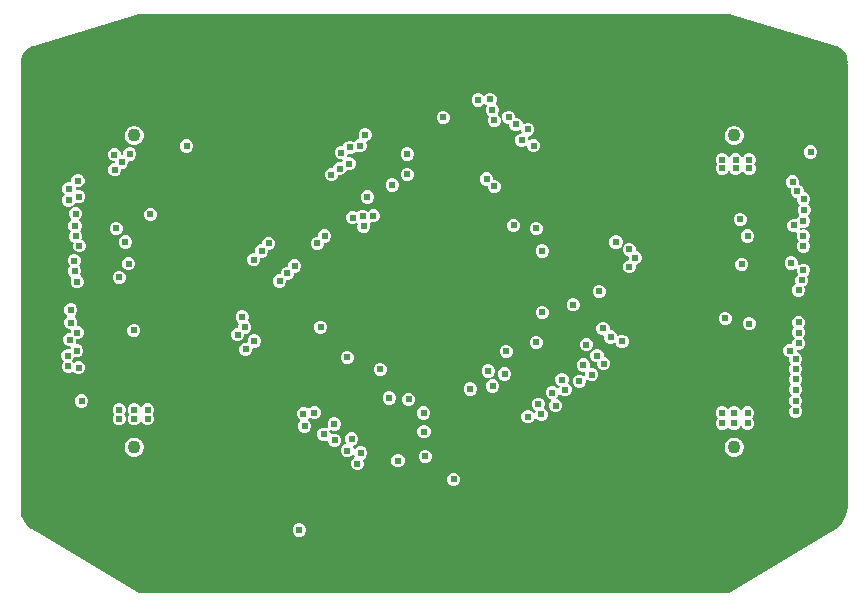
<source format=gbr>
%TF.GenerationSoftware,Altium Limited,Altium Designer,23.0.1 (38)*%
G04 Layer_Physical_Order=2*
G04 Layer_Color=36540*
%FSLAX45Y45*%
%MOMM*%
%TF.SameCoordinates,98E3409A-FA71-4B7D-AABF-4CEB4AF68500*%
%TF.FilePolarity,Positive*%
%TF.FileFunction,Copper,L2,Inr,Signal*%
%TF.Part,Single*%
G01*
G75*
%TA.AperFunction,ComponentPad*%
%ADD28C,5.00000*%
%ADD29C,1.10000*%
%TA.AperFunction,ViaPad*%
%ADD30C,0.60960*%
G36*
X3402687Y2029423D02*
X3413984Y2025423D01*
X3434968Y2013842D01*
X3453778Y1998988D01*
X3469909Y1981262D01*
X3482929Y1961139D01*
X3492487Y1939160D01*
X3498326Y1915915D01*
X3500261Y1892390D01*
X3499311Y1880118D01*
X3499308Y1880084D01*
X3500000Y1867670D01*
X3500000Y-1855968D01*
X3502020D01*
X3502218Y-1873979D01*
X3497453Y-1909687D01*
X3487626Y-1944345D01*
X3472939Y-1977239D01*
X3453694Y-2007692D01*
X3430289Y-2035077D01*
X3403204Y-2058829D01*
X3372999Y-2078460D01*
X3356646Y-2086012D01*
X3356646Y-2086012D01*
X3356646Y-2086013D01*
X2500000Y-2600000D01*
X-2500000D01*
X-3405191Y-2065299D01*
X-3416906Y-2058186D01*
X-3438148Y-2040864D01*
X-3456796Y-2020776D01*
X-3472494Y-1998306D01*
X-3484941Y-1973886D01*
X-3493899Y-1947981D01*
X-3499196Y-1921088D01*
X-3500732Y-1893721D01*
X-3499604Y-1880062D01*
X-3500000D01*
X-3500000Y1879600D01*
X-3499189Y1879664D01*
X-3500120Y1891538D01*
X-3498046Y1915269D01*
X-3492092Y1938335D01*
X-3482421Y1960106D01*
X-3469297Y1979987D01*
X-3453079Y1997435D01*
X-3434210Y2011975D01*
X-3415786Y2021829D01*
X-3411733Y2023599D01*
X-3401919Y2027021D01*
X-3389908Y2031109D01*
X-2500000Y2300000D01*
X2500000D01*
X3402687Y2029423D01*
D02*
G37*
%LPC*%
G36*
X485234Y1630166D02*
X463003D01*
X442465Y1621659D01*
X429763Y1608957D01*
X425475Y1606163D01*
X413933Y1608193D01*
X403997Y1618129D01*
X383458Y1626637D01*
X361228D01*
X340690Y1618129D01*
X324970Y1602410D01*
X316463Y1581872D01*
Y1559641D01*
X324970Y1539103D01*
X340690Y1523384D01*
X361228Y1514877D01*
X383458D01*
X403997Y1523384D01*
X416699Y1536086D01*
X420986Y1538880D01*
X432529Y1536849D01*
X442465Y1526913D01*
X443621Y1526434D01*
X445387Y1517553D01*
X436880Y1497015D01*
Y1474785D01*
X445387Y1454247D01*
X461106Y1438527D01*
X462543Y1431307D01*
X460258Y1429023D01*
X451751Y1408484D01*
Y1386254D01*
X460258Y1365716D01*
X475977Y1349996D01*
X496515Y1341489D01*
X518746D01*
X539284Y1349996D01*
X555003Y1365716D01*
X563511Y1386254D01*
Y1408484D01*
X555003Y1429023D01*
X539284Y1444742D01*
X537848Y1451962D01*
X540133Y1454247D01*
X548640Y1474785D01*
Y1497015D01*
X540133Y1517553D01*
X524413Y1533273D01*
X523258Y1533752D01*
X521491Y1542633D01*
X529998Y1563171D01*
Y1585401D01*
X521491Y1605939D01*
X505772Y1621659D01*
X485234Y1630166D01*
D02*
G37*
G36*
X87315Y1478280D02*
X65085D01*
X44547Y1469773D01*
X28827Y1454053D01*
X20320Y1433515D01*
Y1411285D01*
X28827Y1390747D01*
X44547Y1375027D01*
X65085Y1366520D01*
X87315D01*
X107853Y1375027D01*
X123573Y1390747D01*
X132080Y1411285D01*
Y1433515D01*
X123573Y1454053D01*
X107853Y1469773D01*
X87315Y1478280D01*
D02*
G37*
G36*
X-573052Y1330421D02*
X-595283D01*
X-615821Y1321914D01*
X-631540Y1306194D01*
X-640047Y1285656D01*
Y1263425D01*
X-635065Y1251396D01*
X-638359Y1239202D01*
X-641917Y1237279D01*
X-659033Y1230189D01*
X-674753Y1214470D01*
X-680673Y1217256D01*
X-681190Y1217774D01*
X-701728Y1226281D01*
X-723958D01*
X-744497Y1217774D01*
X-760216Y1202054D01*
X-768723Y1181516D01*
X-771766Y1179483D01*
X-775669Y1181100D01*
X-797899D01*
X-818437Y1172593D01*
X-834157Y1156873D01*
X-842664Y1136335D01*
Y1114105D01*
X-834157Y1093567D01*
X-818437Y1077847D01*
X-797899Y1069340D01*
X-783330D01*
X-774473Y1058562D01*
X-776167Y1049719D01*
X-788990Y1043411D01*
X-790266Y1043940D01*
X-812497D01*
X-833035Y1035433D01*
X-848754Y1019713D01*
X-854952Y1004752D01*
X-860105Y993140D01*
X-882335D01*
X-902873Y984633D01*
X-918593Y968913D01*
X-927100Y948375D01*
Y926145D01*
X-918593Y905607D01*
X-902873Y889887D01*
X-882335Y881380D01*
X-860105D01*
X-839567Y889887D01*
X-823847Y905607D01*
X-817650Y920568D01*
X-812497Y932180D01*
X-790266D01*
X-769728Y940687D01*
X-754009Y956407D01*
X-748940Y968644D01*
X-733768Y976107D01*
X-732492Y975578D01*
X-710262D01*
X-689724Y984085D01*
X-674004Y999804D01*
X-665497Y1020343D01*
Y1042573D01*
X-674004Y1063111D01*
X-689724Y1078831D01*
X-710262Y1087338D01*
X-729046D01*
X-735784Y1095665D01*
X-737131Y1099071D01*
X-730904Y1114104D01*
X-727861Y1116137D01*
X-723958Y1114521D01*
X-701728D01*
X-681190Y1123028D01*
X-665470Y1138747D01*
X-659551Y1135961D01*
X-659033Y1135443D01*
X-638495Y1126936D01*
X-616265D01*
X-595727Y1135443D01*
X-580007Y1151163D01*
X-571500Y1171701D01*
Y1193932D01*
X-576483Y1205961D01*
X-573189Y1218155D01*
X-569630Y1220078D01*
X-552514Y1227168D01*
X-536795Y1242887D01*
X-528287Y1263425D01*
Y1285656D01*
X-536795Y1306194D01*
X-552514Y1321914D01*
X-573052Y1330421D01*
D02*
G37*
G36*
X2550585Y1350400D02*
X2529415D01*
X2508967Y1344921D01*
X2490633Y1334336D01*
X2475664Y1319367D01*
X2465079Y1301033D01*
X2459600Y1280585D01*
Y1259415D01*
X2465079Y1238967D01*
X2475664Y1220633D01*
X2490633Y1205664D01*
X2508967Y1195079D01*
X2529415Y1189600D01*
X2550585D01*
X2571033Y1195079D01*
X2589367Y1205664D01*
X2604336Y1220633D01*
X2614921Y1238967D01*
X2620400Y1259415D01*
Y1280585D01*
X2614921Y1301033D01*
X2604336Y1319367D01*
X2589367Y1334336D01*
X2571033Y1344921D01*
X2550585Y1350400D01*
D02*
G37*
G36*
X-2529415D02*
X-2550585D01*
X-2571033Y1344921D01*
X-2589367Y1334336D01*
X-2604336Y1319367D01*
X-2614921Y1301033D01*
X-2620400Y1280585D01*
Y1259415D01*
X-2614921Y1238967D01*
X-2604336Y1220633D01*
X-2589367Y1205664D01*
X-2571033Y1195079D01*
X-2550585Y1189600D01*
X-2529415D01*
X-2508967Y1195079D01*
X-2490633Y1205664D01*
X-2475664Y1220633D01*
X-2465079Y1238967D01*
X-2459600Y1259415D01*
Y1280585D01*
X-2465079Y1301033D01*
X-2475664Y1319367D01*
X-2490633Y1334336D01*
X-2508967Y1344921D01*
X-2529415Y1350400D01*
D02*
G37*
G36*
X643575Y1480819D02*
X621344D01*
X600806Y1472312D01*
X585087Y1456593D01*
X576580Y1436055D01*
Y1413824D01*
X585087Y1393286D01*
X600806Y1377567D01*
X621344Y1369059D01*
X637646D01*
Y1352759D01*
X646153Y1332221D01*
X661872Y1316501D01*
X682410Y1307994D01*
X704641D01*
X725179Y1316501D01*
X725793Y1317115D01*
X737526Y1312255D01*
Y1309685D01*
X742288Y1298189D01*
X733802Y1285489D01*
X730533D01*
X709995Y1276982D01*
X694275Y1261263D01*
X685768Y1240724D01*
Y1218494D01*
X694275Y1197956D01*
X709995Y1182236D01*
X730533Y1173729D01*
X752764D01*
X773302Y1182236D01*
X774181Y1183116D01*
X786881Y1177855D01*
Y1172525D01*
X795388Y1151987D01*
X811108Y1136267D01*
X831646Y1127760D01*
X853876D01*
X874415Y1136267D01*
X890134Y1151987D01*
X898641Y1172525D01*
Y1194755D01*
X890134Y1215293D01*
X874415Y1231013D01*
X853876Y1239520D01*
X831646D01*
X811108Y1231013D01*
X810228Y1230133D01*
X797528Y1235394D01*
Y1240724D01*
X792767Y1252220D01*
X801253Y1264920D01*
X804522D01*
X825060Y1273427D01*
X840779Y1289147D01*
X849286Y1309685D01*
Y1331915D01*
X840779Y1352453D01*
X825060Y1368173D01*
X804522Y1376680D01*
X782291D01*
X761753Y1368173D01*
X761139Y1367559D01*
X749406Y1372419D01*
Y1374989D01*
X740898Y1395528D01*
X725179Y1411247D01*
X704641Y1419754D01*
X688340D01*
Y1436055D01*
X679833Y1456593D01*
X664113Y1472312D01*
X643575Y1480819D01*
D02*
G37*
G36*
X-2084385Y1236980D02*
X-2106615D01*
X-2127153Y1228473D01*
X-2142873Y1212753D01*
X-2151380Y1192215D01*
Y1169985D01*
X-2142873Y1149447D01*
X-2127153Y1133727D01*
X-2106615Y1125220D01*
X-2084385D01*
X-2063847Y1133727D01*
X-2048127Y1149447D01*
X-2039620Y1169985D01*
Y1192215D01*
X-2048127Y1212753D01*
X-2063847Y1228473D01*
X-2084385Y1236980D01*
D02*
G37*
G36*
X-2565346Y1167965D02*
X-2587576D01*
X-2608115Y1159458D01*
X-2623834Y1143739D01*
X-2632341Y1123201D01*
Y1111300D01*
X-2632430Y1110557D01*
X-2645964Y1104345D01*
X-2652217Y1108451D01*
Y1119099D01*
X-2660724Y1139637D01*
X-2676444Y1155356D01*
X-2696982Y1163864D01*
X-2719212D01*
X-2739751Y1155356D01*
X-2755470Y1139637D01*
X-2763977Y1119099D01*
Y1096868D01*
X-2755470Y1076330D01*
X-2739751Y1060611D01*
X-2719212Y1052104D01*
X-2700740D01*
Y1034987D01*
X-2715010D01*
X-2735548Y1026480D01*
X-2751267Y1010760D01*
X-2759775Y990222D01*
Y967992D01*
X-2751267Y947454D01*
X-2735548Y931734D01*
X-2715010Y923227D01*
X-2692779D01*
X-2672241Y931734D01*
X-2656522Y947454D01*
X-2648015Y967992D01*
Y987807D01*
X-2633744D01*
X-2613206Y996314D01*
X-2597487Y1012034D01*
X-2588980Y1032572D01*
Y1044472D01*
X-2587726Y1054952D01*
X-2577246Y1056205D01*
X-2565346D01*
X-2544808Y1064713D01*
X-2529088Y1080432D01*
X-2520581Y1100970D01*
Y1123201D01*
X-2529088Y1143739D01*
X-2544808Y1159458D01*
X-2565346Y1167965D01*
D02*
G37*
G36*
X2678115Y1117600D02*
X2655885D01*
X2635347Y1109093D01*
X2619627Y1093373D01*
X2616723Y1086363D01*
X2602977D01*
X2600073Y1093373D01*
X2584353Y1109093D01*
X2563815Y1117600D01*
X2541585D01*
X2521047Y1109093D01*
X2505327Y1093373D01*
X2502423Y1086363D01*
X2488677D01*
X2485773Y1093373D01*
X2470053Y1109093D01*
X2449515Y1117600D01*
X2427285D01*
X2406747Y1109093D01*
X2391027Y1093373D01*
X2382520Y1072835D01*
Y1050605D01*
X2391027Y1030067D01*
X2394934Y1026160D01*
X2391027Y1022253D01*
X2382520Y1001715D01*
Y979485D01*
X2391027Y958947D01*
X2406747Y943227D01*
X2427285Y934720D01*
X2449515D01*
X2470053Y943227D01*
X2485773Y958947D01*
X2488677Y965957D01*
X2502423D01*
X2505327Y958947D01*
X2521047Y943227D01*
X2541585Y934720D01*
X2563815D01*
X2584353Y943227D01*
X2600073Y958947D01*
X2602977Y965957D01*
X2616723D01*
X2619627Y958947D01*
X2635347Y943227D01*
X2655885Y934720D01*
X2678115D01*
X2698653Y943227D01*
X2714373Y958947D01*
X2722880Y979485D01*
Y1001715D01*
X2714373Y1022253D01*
X2710466Y1026160D01*
X2714373Y1030067D01*
X2722880Y1050605D01*
Y1072835D01*
X2714373Y1093373D01*
X2698653Y1109093D01*
X2678115Y1117600D01*
D02*
G37*
G36*
X3198815Y1186180D02*
X3176585D01*
X3156047Y1177673D01*
X3140327Y1161953D01*
X3131820Y1141415D01*
Y1119185D01*
X3140327Y1098647D01*
X3156047Y1082927D01*
X3176585Y1074420D01*
X3198815D01*
X3219353Y1082927D01*
X3235073Y1098647D01*
X3243580Y1119185D01*
Y1141415D01*
X3235073Y1161953D01*
X3219353Y1177673D01*
X3198815Y1186180D01*
D02*
G37*
G36*
X-217485Y1168363D02*
X-239715D01*
X-260253Y1159856D01*
X-275973Y1144137D01*
X-284480Y1123598D01*
Y1101368D01*
X-275973Y1080830D01*
X-260253Y1065110D01*
X-239715Y1056603D01*
X-217485D01*
X-196947Y1065110D01*
X-181227Y1080830D01*
X-172720Y1101368D01*
Y1123598D01*
X-181227Y1144137D01*
X-196947Y1159856D01*
X-217485Y1168363D01*
D02*
G37*
G36*
Y995680D02*
X-239715D01*
X-260253Y987173D01*
X-275973Y971453D01*
X-284480Y950915D01*
Y928685D01*
X-275973Y908147D01*
X-260253Y892427D01*
X-239715Y883920D01*
X-217485D01*
X-196947Y892427D01*
X-181227Y908147D01*
X-172720Y928685D01*
Y950915D01*
X-181227Y971453D01*
X-196947Y987173D01*
X-217485Y995680D01*
D02*
G37*
G36*
X-344485Y906780D02*
X-366715D01*
X-387253Y898273D01*
X-402973Y882553D01*
X-411480Y862015D01*
Y839785D01*
X-402973Y819247D01*
X-387253Y803527D01*
X-366715Y795020D01*
X-344485D01*
X-323947Y803527D01*
X-308227Y819247D01*
X-299720Y839785D01*
Y862015D01*
X-308227Y882553D01*
X-323947Y898273D01*
X-344485Y906780D01*
D02*
G37*
G36*
X455615Y957580D02*
X433385D01*
X412847Y949073D01*
X397127Y933353D01*
X388620Y912815D01*
Y890585D01*
X397127Y870047D01*
X412847Y854327D01*
X433385Y845820D01*
X452120D01*
Y827085D01*
X460627Y806547D01*
X476347Y790827D01*
X496885Y782320D01*
X519115D01*
X539653Y790827D01*
X555373Y806547D01*
X563880Y827085D01*
Y849315D01*
X555373Y869853D01*
X539653Y885573D01*
X519115Y894080D01*
X500380D01*
Y912815D01*
X491873Y933353D01*
X476153Y949073D01*
X455615Y957580D01*
D02*
G37*
G36*
X-3005189Y944134D02*
X-3027420D01*
X-3047958Y935627D01*
X-3063677Y919907D01*
X-3072184Y899369D01*
Y884283D01*
X-3080381Y875123D01*
X-3083918Y874254D01*
X-3103390D01*
X-3123928Y865747D01*
X-3139648Y850027D01*
X-3148155Y829489D01*
Y807258D01*
X-3139648Y786720D01*
X-3131813Y778886D01*
X-3125624Y769128D01*
X-3131813Y762293D01*
X-3141093Y753013D01*
X-3149600Y732475D01*
Y710245D01*
X-3141093Y689707D01*
X-3125373Y673987D01*
X-3104835Y665480D01*
X-3082605D01*
X-3062067Y673987D01*
X-3046347Y689707D01*
X-3045467Y691831D01*
X-3028979Y698450D01*
X-3019561Y694550D01*
X-2997330D01*
X-2976792Y703057D01*
X-2961073Y718776D01*
X-2952566Y739314D01*
Y761545D01*
X-2961073Y782083D01*
X-2976792Y797802D01*
X-2997330Y806310D01*
X-3019561D01*
X-3023067Y804857D01*
X-3033522Y811930D01*
X-3034298Y824688D01*
X-3028198Y831505D01*
X-3024661Y832374D01*
X-3005189D01*
X-2984651Y840881D01*
X-2968932Y856601D01*
X-2960424Y877139D01*
Y899369D01*
X-2968932Y919907D01*
X-2984651Y935627D01*
X-3005189Y944134D01*
D02*
G37*
G36*
X-554765Y803864D02*
X-576996D01*
X-597534Y795357D01*
X-613253Y779638D01*
X-621760Y759100D01*
Y736869D01*
X-613253Y716331D01*
X-597534Y700612D01*
X-576996Y692104D01*
X-554765D01*
X-534227Y700612D01*
X-518507Y716331D01*
X-510000Y736869D01*
Y759100D01*
X-518507Y779638D01*
X-534227Y795357D01*
X-554765Y803864D01*
D02*
G37*
G36*
X-504505Y645160D02*
X-526735D01*
X-547273Y636653D01*
X-561340Y622586D01*
X-572867Y634113D01*
X-593405Y642620D01*
X-615635D01*
X-636173Y634113D01*
X-651893Y618394D01*
X-657678Y621303D01*
X-658473Y622098D01*
X-679011Y630606D01*
X-701242D01*
X-721780Y622098D01*
X-737499Y606379D01*
X-746007Y585841D01*
Y563610D01*
X-737499Y543072D01*
X-721780Y527353D01*
X-701242Y518846D01*
X-679011D01*
X-658801Y527217D01*
X-657519Y526643D01*
X-648170Y519695D01*
X-651371Y511968D01*
Y489738D01*
X-642864Y469200D01*
X-627144Y453480D01*
X-606606Y444973D01*
X-584376D01*
X-563837Y453480D01*
X-548118Y469200D01*
X-539611Y489738D01*
Y511968D01*
X-546120Y527683D01*
X-536436Y537418D01*
X-526735Y533400D01*
X-504505D01*
X-483967Y541907D01*
X-468247Y557627D01*
X-459740Y578165D01*
Y600395D01*
X-468247Y620933D01*
X-483967Y636653D01*
X-504505Y645160D01*
D02*
G37*
G36*
X3046415Y932180D02*
X3024185D01*
X3003647Y923673D01*
X2987927Y907953D01*
X2979420Y887415D01*
Y865185D01*
X2987927Y844647D01*
X3003647Y828927D01*
X3022053Y821303D01*
X3017289Y809801D01*
Y787570D01*
X3025796Y767032D01*
X3041516Y751313D01*
X3062054Y742806D01*
X3072661D01*
Y721298D01*
X3081168Y700760D01*
X3096887Y685041D01*
X3097428Y682321D01*
X3085660Y670554D01*
X3077153Y650016D01*
Y627785D01*
X3085660Y607247D01*
X3088437Y604470D01*
X3087963Y588890D01*
X3076827Y577753D01*
X3068991Y558836D01*
X3058072Y563359D01*
X3035842D01*
X3015304Y554851D01*
X2999584Y539132D01*
X2991077Y518594D01*
Y496363D01*
X2999584Y475825D01*
X3015304Y460106D01*
X3035842Y451599D01*
X3058072D01*
X3064540Y454278D01*
X3074261Y444557D01*
X3068320Y430215D01*
Y407985D01*
X3076827Y387447D01*
X3089624Y374650D01*
X3079406Y364432D01*
X3070898Y343894D01*
Y321663D01*
X3079406Y301125D01*
X3095125Y285406D01*
X3115663Y276898D01*
X3137894D01*
X3158432Y285406D01*
X3174151Y301125D01*
X3182658Y321663D01*
Y343894D01*
X3174151Y364432D01*
X3161355Y377228D01*
X3171573Y387447D01*
X3180080Y407985D01*
Y430215D01*
X3171573Y450753D01*
X3155853Y466473D01*
X3135315Y474980D01*
X3113085D01*
X3106617Y472301D01*
X3096896Y482021D01*
X3102166Y494743D01*
X3113085Y490220D01*
X3135315D01*
X3155853Y498727D01*
X3171573Y514447D01*
X3180080Y534985D01*
Y557215D01*
X3171573Y577753D01*
X3168796Y580530D01*
X3169270Y596111D01*
X3180406Y607247D01*
X3188913Y627785D01*
Y650016D01*
X3180406Y670554D01*
X3164687Y686273D01*
X3164146Y688992D01*
X3175913Y700760D01*
X3184421Y721298D01*
Y743528D01*
X3175913Y764067D01*
X3160194Y779786D01*
X3139656Y788293D01*
X3129049D01*
Y809801D01*
X3120542Y830339D01*
X3104823Y846059D01*
X3086416Y853683D01*
X3091180Y865185D01*
Y887415D01*
X3082673Y907953D01*
X3066953Y923673D01*
X3046415Y932180D01*
D02*
G37*
G36*
X-2391747Y657882D02*
X-2413977D01*
X-2434516Y649375D01*
X-2450235Y633656D01*
X-2458742Y613117D01*
Y590887D01*
X-2450235Y570349D01*
X-2434516Y554629D01*
X-2413977Y546122D01*
X-2391747D01*
X-2371209Y554629D01*
X-2355489Y570349D01*
X-2346982Y590887D01*
Y613117D01*
X-2355489Y633656D01*
X-2371209Y649375D01*
X-2391747Y657882D01*
D02*
G37*
G36*
X2601915Y614680D02*
X2579685D01*
X2559147Y606173D01*
X2543427Y590453D01*
X2534920Y569915D01*
Y547685D01*
X2543427Y527147D01*
X2559147Y511427D01*
X2579685Y502920D01*
X2601915D01*
X2622453Y511427D01*
X2638173Y527147D01*
X2646680Y547685D01*
Y569915D01*
X2638173Y590453D01*
X2622453Y606173D01*
X2601915Y614680D01*
D02*
G37*
G36*
X684215Y563880D02*
X661985D01*
X641447Y555373D01*
X625727Y539653D01*
X617220Y519115D01*
Y496885D01*
X625727Y476347D01*
X641447Y460627D01*
X661985Y452120D01*
X684215D01*
X704753Y460627D01*
X720473Y476347D01*
X728980Y496885D01*
Y519115D01*
X720473Y539653D01*
X704753Y555373D01*
X684215Y563880D01*
D02*
G37*
G36*
X-2681751Y538947D02*
X-2703982D01*
X-2724520Y530439D01*
X-2740239Y514720D01*
X-2748747Y494182D01*
Y471951D01*
X-2740239Y451413D01*
X-2724520Y435694D01*
X-2703982Y427187D01*
X-2681751D01*
X-2661213Y435694D01*
X-2645494Y451413D01*
X-2636987Y471951D01*
Y494182D01*
X-2645494Y514720D01*
X-2661213Y530439D01*
X-2681751Y538947D01*
D02*
G37*
G36*
X874715Y538480D02*
X852485D01*
X831947Y529973D01*
X816227Y514253D01*
X807720Y493715D01*
Y471485D01*
X816227Y450947D01*
X831947Y435227D01*
X852485Y426720D01*
X874715D01*
X895253Y435227D01*
X910973Y450947D01*
X919480Y471485D01*
Y493715D01*
X910973Y514253D01*
X895253Y529973D01*
X874715Y538480D01*
D02*
G37*
G36*
X2665415Y474980D02*
X2643185D01*
X2622647Y466473D01*
X2606927Y450753D01*
X2598420Y430215D01*
Y407985D01*
X2606927Y387447D01*
X2622647Y371727D01*
X2643185Y363220D01*
X2665415D01*
X2685953Y371727D01*
X2701673Y387447D01*
X2710180Y407985D01*
Y430215D01*
X2701673Y450753D01*
X2685953Y466473D01*
X2665415Y474980D01*
D02*
G37*
G36*
X1550355Y424180D02*
X1528125D01*
X1507587Y415673D01*
X1491867Y399953D01*
X1483360Y379415D01*
Y357185D01*
X1491867Y336647D01*
X1507587Y320927D01*
X1528125Y312420D01*
X1550355D01*
X1570893Y320927D01*
X1586613Y336647D01*
X1595120Y357185D01*
Y379415D01*
X1586613Y399953D01*
X1570893Y415673D01*
X1550355Y424180D01*
D02*
G37*
G36*
X-2602545Y424180D02*
X-2624776D01*
X-2645314Y415673D01*
X-2661033Y399953D01*
X-2669540Y379415D01*
Y357184D01*
X-2661033Y336646D01*
X-2645314Y320927D01*
X-2624776Y312420D01*
X-2602545D01*
X-2582007Y320927D01*
X-2566287Y336646D01*
X-2557780Y357184D01*
Y379415D01*
X-2566287Y399953D01*
X-2582007Y415673D01*
X-2602545Y424180D01*
D02*
G37*
G36*
X-915985Y474980D02*
X-938215D01*
X-958753Y466473D01*
X-974473Y450753D01*
X-982980Y430215D01*
Y411480D01*
X-1001715D01*
X-1022253Y402973D01*
X-1037973Y387253D01*
X-1046480Y366715D01*
Y344485D01*
X-1037973Y323947D01*
X-1022253Y308227D01*
X-1001715Y299720D01*
X-979485D01*
X-958947Y308227D01*
X-943227Y323947D01*
X-934720Y344485D01*
Y363220D01*
X-915985D01*
X-895447Y371727D01*
X-879727Y387447D01*
X-871220Y407985D01*
Y430215D01*
X-879727Y450753D01*
X-895447Y466473D01*
X-915985Y474980D01*
D02*
G37*
G36*
X-3024185Y662940D02*
X-3046415D01*
X-3066953Y654433D01*
X-3082673Y638713D01*
X-3091180Y618175D01*
Y595945D01*
X-3082673Y575407D01*
X-3071439Y564173D01*
X-3072698Y550273D01*
X-3073242Y549382D01*
X-3088452Y534172D01*
X-3096959Y513634D01*
Y491403D01*
X-3088452Y470865D01*
X-3074484Y456897D01*
X-3083422Y447958D01*
X-3091929Y427420D01*
Y405190D01*
X-3083422Y384652D01*
X-3067703Y368932D01*
X-3053337Y362982D01*
X-3060336Y346085D01*
Y323855D01*
X-3051829Y303316D01*
X-3036109Y287597D01*
X-3015571Y279090D01*
X-2993340D01*
X-2972802Y287597D01*
X-2957083Y303316D01*
X-2948576Y323855D01*
Y346085D01*
X-2957083Y366623D01*
X-2972802Y382343D01*
X-2987168Y388293D01*
X-2980169Y405190D01*
Y427420D01*
X-2988676Y447958D01*
X-3002644Y461926D01*
X-2993706Y470865D01*
X-2985199Y491403D01*
Y513634D01*
X-2993706Y534172D01*
X-3004939Y545405D01*
X-3003681Y559305D01*
X-3003137Y560196D01*
X-2987927Y575407D01*
X-2979420Y595945D01*
Y618175D01*
X-2987927Y638713D01*
X-3003647Y654433D01*
X-3024185Y662940D01*
D02*
G37*
G36*
X925515Y347980D02*
X903285D01*
X882747Y339473D01*
X867027Y323753D01*
X858520Y303215D01*
Y280985D01*
X867027Y260447D01*
X882747Y244727D01*
X903285Y236220D01*
X925515D01*
X946053Y244727D01*
X961773Y260447D01*
X970280Y280985D01*
Y303215D01*
X961773Y323753D01*
X946053Y339473D01*
X925515Y347980D01*
D02*
G37*
G36*
X-1390808Y411438D02*
X-1413039D01*
X-1433577Y402930D01*
X-1449297Y387211D01*
X-1457804Y366673D01*
Y347980D01*
X-1471615D01*
X-1492153Y339473D01*
X-1507873Y323753D01*
X-1516380Y303215D01*
Y280985D01*
X-1527366Y274320D01*
X-1537655D01*
X-1558193Y265813D01*
X-1573913Y250093D01*
X-1582420Y229555D01*
Y207325D01*
X-1573913Y186787D01*
X-1558193Y171067D01*
X-1537655Y162560D01*
X-1515425D01*
X-1494887Y171067D01*
X-1479167Y186787D01*
X-1470660Y207325D01*
Y229555D01*
X-1459674Y236220D01*
X-1449385D01*
X-1428847Y244727D01*
X-1413127Y260447D01*
X-1404620Y280985D01*
Y299678D01*
X-1390808D01*
X-1370270Y308185D01*
X-1354551Y323904D01*
X-1346044Y344442D01*
Y366673D01*
X-1354551Y387211D01*
X-1370270Y402930D01*
X-1390808Y411438D01*
D02*
G37*
G36*
X-2574605Y238760D02*
X-2596835D01*
X-2617373Y230253D01*
X-2633093Y214533D01*
X-2641600Y193995D01*
Y171765D01*
X-2633093Y151227D01*
X-2617373Y135507D01*
X-2596835Y127000D01*
X-2574605D01*
X-2554067Y135507D01*
X-2538347Y151227D01*
X-2529840Y171765D01*
Y193995D01*
X-2538347Y214533D01*
X-2554067Y230253D01*
X-2574605Y238760D01*
D02*
G37*
G36*
X2615684Y233680D02*
X2593454D01*
X2572915Y225173D01*
X2557196Y209453D01*
X2548689Y188915D01*
Y166685D01*
X2557196Y146147D01*
X2572915Y130427D01*
X2593454Y121920D01*
X2615684D01*
X2636222Y130427D01*
X2651942Y146147D01*
X2660449Y166685D01*
Y188915D01*
X2651942Y209453D01*
X2636222Y225173D01*
X2615684Y233680D01*
D02*
G37*
G36*
X1662115Y360680D02*
X1639885D01*
X1619347Y352173D01*
X1603627Y336453D01*
X1595120Y315915D01*
Y293685D01*
X1603627Y273147D01*
X1619347Y257427D01*
X1634761Y251042D01*
X1645920Y244795D01*
Y222565D01*
X1636929Y211084D01*
X1621887Y204853D01*
X1606167Y189133D01*
X1597660Y168595D01*
Y146365D01*
X1606167Y125827D01*
X1621887Y110107D01*
X1642425Y101600D01*
X1664655D01*
X1685193Y110107D01*
X1700913Y125827D01*
X1709420Y146365D01*
Y168595D01*
X1718411Y180076D01*
X1733453Y186307D01*
X1749173Y202027D01*
X1757680Y222565D01*
Y244795D01*
X1749173Y265333D01*
X1733453Y281053D01*
X1718039Y287438D01*
X1706880Y293685D01*
Y315915D01*
X1698373Y336453D01*
X1682653Y352173D01*
X1662115Y360680D01*
D02*
G37*
G36*
X-2656351Y123993D02*
X-2678582D01*
X-2699120Y115486D01*
X-2714839Y99767D01*
X-2723347Y79229D01*
Y56998D01*
X-2714839Y36460D01*
X-2699120Y20741D01*
X-2678582Y12233D01*
X-2656351D01*
X-2635813Y20741D01*
X-2620094Y36460D01*
X-2611587Y56998D01*
Y79229D01*
X-2620094Y99767D01*
X-2635813Y115486D01*
X-2656351Y123993D01*
D02*
G37*
G36*
X-1169985Y220980D02*
X-1192215D01*
X-1212753Y212473D01*
X-1228473Y196753D01*
X-1236980Y176215D01*
Y157480D01*
X-1255715D01*
X-1276253Y148973D01*
X-1291973Y133253D01*
X-1300480Y112715D01*
Y93980D01*
X-1319215D01*
X-1339753Y85473D01*
X-1355473Y69753D01*
X-1363980Y49215D01*
Y26985D01*
X-1355473Y6447D01*
X-1339753Y-9273D01*
X-1319215Y-17780D01*
X-1296985D01*
X-1276447Y-9273D01*
X-1260727Y6447D01*
X-1252220Y26985D01*
Y45720D01*
X-1233485D01*
X-1212947Y54227D01*
X-1197227Y69947D01*
X-1188720Y90485D01*
Y109220D01*
X-1169985D01*
X-1149447Y117727D01*
X-1133727Y133447D01*
X-1125220Y153985D01*
Y176215D01*
X-1133727Y196753D01*
X-1149447Y212473D01*
X-1169985Y220980D01*
D02*
G37*
G36*
X-3036885Y266700D02*
X-3059115D01*
X-3079653Y258193D01*
X-3095373Y242473D01*
X-3103880Y221935D01*
Y199705D01*
X-3095373Y179167D01*
X-3080036Y163830D01*
X-3090293Y153573D01*
X-3098800Y133035D01*
Y110805D01*
X-3090293Y90267D01*
X-3074573Y74547D01*
X-3072931Y73867D01*
X-3071118Y59369D01*
X-3078480Y41595D01*
Y19365D01*
X-3069973Y-1173D01*
X-3054253Y-16893D01*
X-3033715Y-25400D01*
X-3011485D01*
X-2990947Y-16893D01*
X-2975227Y-1173D01*
X-2966720Y19365D01*
Y41595D01*
X-2975227Y62133D01*
X-2990947Y77853D01*
X-2992589Y78533D01*
X-2994402Y93031D01*
X-2987040Y110805D01*
Y133035D01*
X-2995547Y153573D01*
X-3010884Y168910D01*
X-3000627Y179167D01*
X-2992120Y199705D01*
Y221935D01*
X-3000627Y242473D01*
X-3016347Y258193D01*
X-3036885Y266700D01*
D02*
G37*
G36*
X3033715Y246380D02*
X3011485D01*
X2990947Y237873D01*
X2975227Y222153D01*
X2966720Y201615D01*
Y179385D01*
X2975227Y158847D01*
X2990947Y143127D01*
X3011485Y134620D01*
X3033715D01*
X3054253Y143127D01*
X3060686Y149560D01*
X3071453Y142366D01*
X3070600Y140308D01*
Y118078D01*
X3079108Y97540D01*
X3082368Y94279D01*
X3081756Y91201D01*
X3066037Y75482D01*
X3057529Y54944D01*
Y32713D01*
X3065365Y13796D01*
X3054447Y9273D01*
X3038727Y-6447D01*
X3030220Y-26985D01*
Y-49215D01*
X3038727Y-69753D01*
X3054447Y-85473D01*
X3074985Y-93980D01*
X3097215D01*
X3117753Y-85473D01*
X3133473Y-69753D01*
X3141980Y-49215D01*
Y-26985D01*
X3134144Y-8067D01*
X3145063Y-3545D01*
X3160782Y12175D01*
X3169289Y32713D01*
Y54944D01*
X3160782Y75482D01*
X3157522Y78742D01*
X3158134Y81821D01*
X3173853Y97540D01*
X3182360Y118078D01*
Y140308D01*
X3173853Y160847D01*
X3158134Y176566D01*
X3137596Y185073D01*
X3115365D01*
X3094827Y176566D01*
X3088394Y170133D01*
X3077628Y177327D01*
X3078480Y179385D01*
Y201615D01*
X3069973Y222153D01*
X3054253Y237873D01*
X3033715Y246380D01*
D02*
G37*
G36*
X1408115Y5080D02*
X1385885D01*
X1365347Y-3427D01*
X1349627Y-19147D01*
X1341120Y-39685D01*
Y-61915D01*
X1349627Y-82453D01*
X1365347Y-98173D01*
X1385885Y-106680D01*
X1408115D01*
X1428653Y-98173D01*
X1444373Y-82453D01*
X1452880Y-61915D01*
Y-39685D01*
X1444373Y-19147D01*
X1428653Y-3427D01*
X1408115Y5080D01*
D02*
G37*
G36*
X1187681Y-108755D02*
X1165450D01*
X1144912Y-117262D01*
X1129193Y-132981D01*
X1120686Y-153519D01*
Y-175750D01*
X1129193Y-196288D01*
X1144912Y-212007D01*
X1165450Y-220515D01*
X1187681D01*
X1208219Y-212007D01*
X1223938Y-196288D01*
X1232446Y-175750D01*
Y-153519D01*
X1223938Y-132981D01*
X1208219Y-117262D01*
X1187681Y-108755D01*
D02*
G37*
G36*
X925515Y-172720D02*
X903285D01*
X882747Y-181227D01*
X867027Y-196947D01*
X858520Y-217485D01*
Y-239715D01*
X867027Y-260253D01*
X882747Y-275973D01*
X903285Y-284480D01*
X925515D01*
X946053Y-275973D01*
X961773Y-260253D01*
X970280Y-239715D01*
Y-217485D01*
X961773Y-196947D01*
X946053Y-181227D01*
X925515Y-172720D01*
D02*
G37*
G36*
X2474915Y-223520D02*
X2452685D01*
X2432147Y-232027D01*
X2416427Y-247747D01*
X2407920Y-268285D01*
Y-290515D01*
X2416427Y-311053D01*
X2432147Y-326773D01*
X2452685Y-335280D01*
X2474915D01*
X2495453Y-326773D01*
X2511173Y-311053D01*
X2519680Y-290515D01*
Y-268285D01*
X2511173Y-247747D01*
X2495453Y-232027D01*
X2474915Y-223520D01*
D02*
G37*
G36*
X2678115Y-266700D02*
X2655885D01*
X2635347Y-275207D01*
X2619627Y-290927D01*
X2611120Y-311465D01*
Y-333695D01*
X2619627Y-354233D01*
X2635347Y-369953D01*
X2655885Y-378460D01*
X2678115D01*
X2698653Y-369953D01*
X2714373Y-354233D01*
X2722880Y-333695D01*
Y-311465D01*
X2714373Y-290927D01*
X2698653Y-275207D01*
X2678115Y-266700D01*
D02*
G37*
G36*
X-949005Y-297180D02*
X-971235D01*
X-991773Y-305687D01*
X-1007493Y-321407D01*
X-1016000Y-341945D01*
Y-364175D01*
X-1007493Y-384713D01*
X-991773Y-400433D01*
X-971235Y-408940D01*
X-949005D01*
X-928467Y-400433D01*
X-912747Y-384713D01*
X-904240Y-364175D01*
Y-341945D01*
X-912747Y-321407D01*
X-928467Y-305687D01*
X-949005Y-297180D01*
D02*
G37*
G36*
X-2531425Y-325120D02*
X-2553655D01*
X-2574193Y-333627D01*
X-2589913Y-349347D01*
X-2598420Y-369885D01*
Y-392115D01*
X-2589913Y-412653D01*
X-2574193Y-428373D01*
X-2553655Y-436880D01*
X-2531425D01*
X-2510887Y-428373D01*
X-2495167Y-412653D01*
X-2486660Y-392115D01*
Y-369885D01*
X-2495167Y-349347D01*
X-2510887Y-333627D01*
X-2531425Y-325120D01*
D02*
G37*
G36*
X-1614485Y-210820D02*
X-1636715D01*
X-1657253Y-219327D01*
X-1672973Y-235047D01*
X-1681480Y-255585D01*
Y-277815D01*
X-1672973Y-298353D01*
X-1657254Y-314073D01*
X-1653039Y-329565D01*
X-1658982Y-343913D01*
Y-360506D01*
X-1674990D01*
X-1695528Y-369013D01*
X-1711248Y-384732D01*
X-1719755Y-405270D01*
Y-427501D01*
X-1711248Y-448039D01*
X-1695528Y-463758D01*
X-1674990Y-472266D01*
X-1652759D01*
X-1632221Y-463758D01*
X-1616502Y-448039D01*
X-1607995Y-427501D01*
Y-410908D01*
X-1591987D01*
X-1571448Y-402401D01*
X-1555729Y-386682D01*
X-1547222Y-366144D01*
Y-343913D01*
X-1555729Y-323375D01*
X-1571448Y-307656D01*
X-1575663Y-292163D01*
X-1569720Y-277815D01*
Y-255585D01*
X-1578227Y-235047D01*
X-1593947Y-219327D01*
X-1614485Y-210820D01*
D02*
G37*
G36*
X1441135Y-307340D02*
X1418905D01*
X1398367Y-315847D01*
X1382647Y-331567D01*
X1374140Y-352105D01*
Y-374335D01*
X1382647Y-394873D01*
X1398367Y-410593D01*
X1418905Y-419100D01*
X1433187D01*
X1437640Y-425765D01*
Y-447995D01*
X1446147Y-468533D01*
X1461867Y-484253D01*
X1482405Y-492760D01*
X1504635D01*
X1522250Y-485464D01*
X1526265Y-484820D01*
X1536993Y-490394D01*
X1542667Y-504093D01*
X1558387Y-519813D01*
X1578925Y-528320D01*
X1601155D01*
X1621693Y-519813D01*
X1637413Y-504093D01*
X1645920Y-483555D01*
Y-461325D01*
X1637413Y-440787D01*
X1621693Y-425067D01*
X1601155Y-416560D01*
X1578925D01*
X1561310Y-423856D01*
X1557295Y-424500D01*
X1546567Y-418926D01*
X1540893Y-405227D01*
X1525173Y-389507D01*
X1504635Y-381000D01*
X1490353D01*
X1485900Y-374335D01*
Y-352105D01*
X1477393Y-331567D01*
X1461673Y-315847D01*
X1441135Y-307340D01*
D02*
G37*
G36*
X874715Y-426720D02*
X852485D01*
X831947Y-435227D01*
X816227Y-450947D01*
X807720Y-471485D01*
Y-493715D01*
X816227Y-514253D01*
X831947Y-529973D01*
X852485Y-538480D01*
X874715D01*
X895253Y-529973D01*
X910973Y-514253D01*
X919480Y-493715D01*
Y-471485D01*
X910973Y-450947D01*
X895253Y-435227D01*
X874715Y-426720D01*
D02*
G37*
G36*
X-3064825Y-152400D02*
X-3087055D01*
X-3107593Y-160907D01*
X-3123313Y-176627D01*
X-3131820Y-197165D01*
Y-219395D01*
X-3123313Y-239933D01*
X-3109619Y-253627D01*
X-3109788Y-267444D01*
X-3110133Y-267587D01*
X-3125853Y-283307D01*
X-3134360Y-303845D01*
Y-326075D01*
X-3125853Y-346613D01*
X-3110133Y-362333D01*
X-3089595Y-370840D01*
X-3080401D01*
X-3073345Y-381400D01*
X-3075940Y-387665D01*
Y-403860D01*
X-3097215D01*
X-3117753Y-412367D01*
X-3133473Y-428087D01*
X-3141980Y-448625D01*
Y-470855D01*
X-3133473Y-491393D01*
X-3117753Y-507113D01*
X-3097215Y-515620D01*
X-3082660D01*
X-3075103Y-528320D01*
X-3080910Y-542339D01*
X-3090225Y-538480D01*
X-3112455D01*
X-3132993Y-546987D01*
X-3148713Y-562707D01*
X-3157220Y-583245D01*
Y-605475D01*
X-3148713Y-626013D01*
X-3132994Y-641733D01*
X-3132945Y-641976D01*
X-3144120Y-653151D01*
X-3152627Y-673689D01*
Y-695920D01*
X-3144120Y-716458D01*
X-3128401Y-732177D01*
X-3107862Y-740684D01*
X-3085632D01*
X-3065094Y-732177D01*
X-3059990Y-727073D01*
X-3057273Y-727614D01*
X-3041553Y-743333D01*
X-3021015Y-751840D01*
X-2998785D01*
X-2978247Y-743333D01*
X-2962527Y-727613D01*
X-2954020Y-707075D01*
Y-684845D01*
X-2962527Y-664307D01*
X-2978247Y-648587D01*
X-2998785Y-640080D01*
X-3021015D01*
X-3041553Y-648587D01*
X-3046657Y-653691D01*
X-3049375Y-653151D01*
X-3065093Y-637432D01*
X-3065142Y-637188D01*
X-3053967Y-626013D01*
X-3045570Y-605741D01*
X-3036255Y-609600D01*
X-3014025D01*
X-2993487Y-601093D01*
X-2977767Y-585373D01*
X-2969260Y-564835D01*
Y-542605D01*
X-2977767Y-522067D01*
X-2993487Y-506347D01*
X-3014025Y-497840D01*
X-3028580D01*
X-3036137Y-485140D01*
X-3030220Y-470855D01*
Y-454660D01*
X-3008945D01*
X-2988407Y-446153D01*
X-2972687Y-430433D01*
X-2964180Y-409895D01*
Y-387665D01*
X-2972687Y-367127D01*
X-2988407Y-351407D01*
X-3008945Y-342900D01*
X-3018139D01*
X-3025195Y-332340D01*
X-3022600Y-326075D01*
Y-303845D01*
X-3031107Y-283307D01*
X-3044801Y-269613D01*
X-3044632Y-255796D01*
X-3044287Y-255653D01*
X-3028567Y-239933D01*
X-3020060Y-219395D01*
Y-197165D01*
X-3028567Y-176627D01*
X-3044287Y-160907D01*
X-3064825Y-152400D01*
D02*
G37*
G36*
X1298895Y-444500D02*
X1276665D01*
X1256127Y-453007D01*
X1240407Y-468727D01*
X1231900Y-489265D01*
Y-511495D01*
X1240407Y-532033D01*
X1256127Y-547753D01*
X1276665Y-556260D01*
X1298895D01*
X1319433Y-547753D01*
X1335153Y-532033D01*
X1343660Y-511495D01*
Y-489265D01*
X1335153Y-468727D01*
X1319433Y-453007D01*
X1298895Y-444500D01*
D02*
G37*
G36*
X-1512885Y-414020D02*
X-1535115D01*
X-1555653Y-422527D01*
X-1571373Y-438247D01*
X-1579880Y-458785D01*
Y-473407D01*
X-1582932Y-482088D01*
X-1591613Y-485140D01*
X-1606235D01*
X-1626773Y-493647D01*
X-1642493Y-509367D01*
X-1651000Y-529905D01*
Y-552135D01*
X-1642493Y-572673D01*
X-1626773Y-588393D01*
X-1606235Y-596900D01*
X-1584005D01*
X-1563467Y-588393D01*
X-1547747Y-572673D01*
X-1539240Y-552135D01*
Y-537513D01*
X-1536188Y-528832D01*
X-1527507Y-525780D01*
X-1512885D01*
X-1492347Y-517273D01*
X-1476627Y-501553D01*
X-1468120Y-481015D01*
Y-458785D01*
X-1476627Y-438247D01*
X-1492347Y-422527D01*
X-1512885Y-414020D01*
D02*
G37*
G36*
X620715Y-502920D02*
X598485D01*
X577947Y-511427D01*
X562227Y-527147D01*
X553720Y-547685D01*
Y-569915D01*
X562227Y-590453D01*
X577947Y-606173D01*
X598485Y-614680D01*
X620715D01*
X641253Y-606173D01*
X656973Y-590453D01*
X665480Y-569915D01*
Y-547685D01*
X656973Y-527147D01*
X641253Y-511427D01*
X620715Y-502920D01*
D02*
G37*
G36*
X-725485Y-553720D02*
X-747715D01*
X-768253Y-562227D01*
X-783973Y-577947D01*
X-792480Y-598485D01*
Y-620715D01*
X-783973Y-641253D01*
X-768253Y-656973D01*
X-747715Y-665480D01*
X-725485D01*
X-704947Y-656973D01*
X-689227Y-641253D01*
X-680720Y-620715D01*
Y-598485D01*
X-689227Y-577947D01*
X-704947Y-562227D01*
X-725485Y-553720D01*
D02*
G37*
G36*
X1389532Y-539283D02*
X1367301D01*
X1346763Y-547791D01*
X1331044Y-563510D01*
X1322537Y-584048D01*
Y-606279D01*
X1331044Y-626817D01*
X1346763Y-642536D01*
X1367301Y-651043D01*
X1379432D01*
X1379979Y-651862D01*
Y-674092D01*
X1388486Y-694630D01*
X1404205Y-710349D01*
X1424744Y-718857D01*
X1446974D01*
X1467512Y-710349D01*
X1483232Y-694630D01*
X1491739Y-674092D01*
Y-651861D01*
X1483232Y-631323D01*
X1467512Y-615604D01*
X1446974Y-607097D01*
X1434843D01*
X1434297Y-606278D01*
Y-584048D01*
X1425789Y-563510D01*
X1410070Y-547791D01*
X1389532Y-539283D01*
D02*
G37*
G36*
X-446085Y-655320D02*
X-468315D01*
X-488853Y-663827D01*
X-504573Y-679547D01*
X-513080Y-700085D01*
Y-722315D01*
X-504573Y-742853D01*
X-488853Y-758573D01*
X-468315Y-767080D01*
X-446085D01*
X-425547Y-758573D01*
X-409827Y-742853D01*
X-401320Y-722315D01*
Y-700085D01*
X-409827Y-679547D01*
X-425547Y-663827D01*
X-446085Y-655320D01*
D02*
G37*
G36*
X1273495Y-617220D02*
X1251265D01*
X1230727Y-625727D01*
X1215007Y-641447D01*
X1206500Y-661985D01*
Y-684215D01*
X1215007Y-704753D01*
X1230727Y-720473D01*
X1251265Y-728980D01*
X1271525D01*
X1277293Y-734518D01*
X1280837Y-739686D01*
X1278785Y-744640D01*
Y-762972D01*
X1267047Y-769195D01*
X1260551Y-762699D01*
X1240013Y-754192D01*
X1217783D01*
X1197244Y-762699D01*
X1181525Y-778419D01*
X1173018Y-798957D01*
Y-821187D01*
X1181525Y-841726D01*
X1197244Y-857445D01*
X1217783Y-865952D01*
X1240013D01*
X1260551Y-857445D01*
X1276271Y-841726D01*
X1284778Y-821187D01*
Y-802856D01*
X1296515Y-796632D01*
X1303011Y-803128D01*
X1323549Y-811635D01*
X1345780D01*
X1366318Y-803128D01*
X1382037Y-787409D01*
X1390545Y-766871D01*
Y-744640D01*
X1382037Y-724102D01*
X1366318Y-708383D01*
X1345780Y-699875D01*
X1325520D01*
X1319752Y-694338D01*
X1316208Y-689170D01*
X1318260Y-684215D01*
Y-661985D01*
X1309753Y-641447D01*
X1294033Y-625727D01*
X1273495Y-617220D01*
D02*
G37*
G36*
X468315Y-668020D02*
X446085D01*
X425547Y-676527D01*
X409827Y-692247D01*
X401320Y-712785D01*
Y-735015D01*
X409827Y-755553D01*
X425547Y-771273D01*
X446085Y-779780D01*
X468315D01*
X488853Y-771273D01*
X504573Y-755553D01*
X513080Y-735015D01*
Y-712785D01*
X504573Y-692247D01*
X488853Y-676527D01*
X468315Y-668020D01*
D02*
G37*
G36*
X608015Y-693420D02*
X585785D01*
X565247Y-701927D01*
X549527Y-717647D01*
X541020Y-738185D01*
Y-760415D01*
X549527Y-780953D01*
X565247Y-796673D01*
X585785Y-805180D01*
X608015D01*
X628553Y-796673D01*
X644273Y-780953D01*
X652780Y-760415D01*
Y-738185D01*
X644273Y-717647D01*
X628553Y-701927D01*
X608015Y-693420D01*
D02*
G37*
G36*
X1094251Y-740584D02*
X1072020D01*
X1051482Y-749091D01*
X1035763Y-764811D01*
X1027256Y-785349D01*
Y-807580D01*
X1035763Y-828118D01*
X1051482Y-843837D01*
X1060433Y-847544D01*
X1061320Y-852007D01*
X1055571Y-865886D01*
X1041080Y-869355D01*
X1031132Y-859407D01*
X1010594Y-850900D01*
X988363D01*
X967825Y-859407D01*
X952106Y-875127D01*
X943598Y-895665D01*
Y-917895D01*
X952106Y-938433D01*
X967825Y-954153D01*
X988363Y-962660D01*
X992916Y-975360D01*
X981303Y-986973D01*
X972796Y-1007512D01*
Y-1029742D01*
X981303Y-1050280D01*
X997022Y-1066000D01*
X1017561Y-1074507D01*
X1039791D01*
X1060329Y-1066000D01*
X1076049Y-1050280D01*
X1084556Y-1029742D01*
Y-1007512D01*
X1076049Y-986973D01*
X1060329Y-971254D01*
X1039791Y-962747D01*
X1035238Y-950047D01*
X1046851Y-938433D01*
X1052600Y-924554D01*
X1067092Y-921085D01*
X1077040Y-931033D01*
X1097578Y-939540D01*
X1119809D01*
X1140347Y-931033D01*
X1156066Y-915313D01*
X1164573Y-894775D01*
Y-872545D01*
X1156066Y-852006D01*
X1140347Y-836287D01*
X1131396Y-832580D01*
X1130509Y-828117D01*
X1139016Y-807580D01*
Y-785349D01*
X1130509Y-764811D01*
X1114789Y-749091D01*
X1094251Y-740584D01*
D02*
G37*
G36*
X506415Y-795020D02*
X484185D01*
X463647Y-803527D01*
X447927Y-819247D01*
X439420Y-839785D01*
Y-862015D01*
X447927Y-882553D01*
X463647Y-898273D01*
X484185Y-906780D01*
X506415D01*
X526953Y-898273D01*
X542673Y-882553D01*
X551180Y-862015D01*
Y-839785D01*
X542673Y-819247D01*
X526953Y-803527D01*
X506415Y-795020D01*
D02*
G37*
G36*
X315915Y-820420D02*
X293685D01*
X273147Y-828927D01*
X257427Y-844647D01*
X248920Y-865185D01*
Y-887415D01*
X257427Y-907953D01*
X273147Y-923673D01*
X293685Y-932180D01*
X315915D01*
X336453Y-923673D01*
X352173Y-907953D01*
X360680Y-887415D01*
Y-865185D01*
X352173Y-844647D01*
X336453Y-828927D01*
X315915Y-820420D01*
D02*
G37*
G36*
X-369885Y-896620D02*
X-392115D01*
X-412653Y-905127D01*
X-428373Y-920847D01*
X-436880Y-941385D01*
Y-963615D01*
X-428373Y-984153D01*
X-412653Y-999873D01*
X-392115Y-1008380D01*
X-369885D01*
X-349347Y-999873D01*
X-333627Y-984153D01*
X-325120Y-963615D01*
Y-941385D01*
X-333627Y-920847D01*
X-349347Y-905127D01*
X-369885Y-896620D01*
D02*
G37*
G36*
X-204785Y-909320D02*
X-227015D01*
X-247553Y-917827D01*
X-263273Y-933547D01*
X-271780Y-954085D01*
Y-976315D01*
X-263273Y-996853D01*
X-247553Y-1012573D01*
X-227015Y-1021080D01*
X-204785D01*
X-184247Y-1012573D01*
X-168527Y-996853D01*
X-160020Y-976315D01*
Y-954085D01*
X-168527Y-933547D01*
X-184247Y-917827D01*
X-204785Y-909320D01*
D02*
G37*
G36*
X-2414585Y-998220D02*
X-2436815D01*
X-2457353Y-1006727D01*
X-2473073Y-1022447D01*
X-2475977Y-1029457D01*
X-2489723D01*
X-2492627Y-1022447D01*
X-2508347Y-1006727D01*
X-2528885Y-998220D01*
X-2551115D01*
X-2571653Y-1006727D01*
X-2587373Y-1022447D01*
X-2595880Y-1042985D01*
Y-1065215D01*
X-2587373Y-1085753D01*
X-2581276Y-1091850D01*
X-2587373Y-1097946D01*
X-2595880Y-1118485D01*
Y-1140715D01*
X-2587373Y-1161253D01*
X-2571653Y-1176973D01*
X-2551115Y-1185480D01*
X-2528885D01*
X-2508347Y-1176973D01*
X-2492627Y-1161253D01*
X-2489723Y-1154243D01*
X-2475977D01*
X-2473073Y-1161253D01*
X-2457353Y-1176973D01*
X-2436815Y-1185480D01*
X-2414585D01*
X-2394047Y-1176973D01*
X-2378327Y-1161253D01*
X-2369820Y-1140715D01*
Y-1118485D01*
X-2378327Y-1097946D01*
X-2384424Y-1091850D01*
X-2378327Y-1085753D01*
X-2369820Y-1065215D01*
Y-1042985D01*
X-2378327Y-1022447D01*
X-2394047Y-1006727D01*
X-2414585Y-998220D01*
D02*
G37*
G36*
X-2973385Y-922020D02*
X-2995615D01*
X-3016153Y-930527D01*
X-3031873Y-946247D01*
X-3040380Y-966785D01*
Y-989015D01*
X-3031873Y-1009553D01*
X-3016153Y-1025273D01*
X-2995615Y-1033780D01*
X-2973385D01*
X-2952847Y-1025273D01*
X-2937127Y-1009553D01*
X-2928620Y-989015D01*
Y-966785D01*
X-2937127Y-946247D01*
X-2952847Y-930527D01*
X-2973385Y-922020D01*
D02*
G37*
G36*
X-1002345Y-1021080D02*
X-1024575D01*
X-1045113Y-1029587D01*
X-1055280Y-1039753D01*
X-1071821Y-1041173D01*
X-1075787Y-1037207D01*
X-1096325Y-1028700D01*
X-1118555D01*
X-1139093Y-1037207D01*
X-1154813Y-1052927D01*
X-1163320Y-1073465D01*
Y-1095695D01*
X-1154813Y-1116233D01*
X-1139093Y-1131953D01*
X-1134773Y-1133742D01*
X-1133191Y-1148144D01*
X-1144886Y-1159840D01*
X-1153393Y-1180378D01*
Y-1202609D01*
X-1144886Y-1223147D01*
X-1129167Y-1238866D01*
X-1108629Y-1247373D01*
X-1086398D01*
X-1065860Y-1238866D01*
X-1050141Y-1223147D01*
X-1041633Y-1202609D01*
Y-1180378D01*
X-1050141Y-1159840D01*
X-1065860Y-1144121D01*
X-1067402Y-1143482D01*
X-1069811Y-1130597D01*
X-1061924Y-1121469D01*
X-1049079Y-1120367D01*
X-1045113Y-1124333D01*
X-1024575Y-1132840D01*
X-1002345D01*
X-981807Y-1124333D01*
X-966087Y-1108613D01*
X-957580Y-1088075D01*
Y-1065845D01*
X-966087Y-1045307D01*
X-981807Y-1029587D01*
X-1002345Y-1021080D01*
D02*
G37*
G36*
X2665415Y-1023620D02*
X2643185D01*
X2622647Y-1032127D01*
X2606927Y-1047847D01*
X2604023Y-1054857D01*
X2590277D01*
X2587373Y-1047847D01*
X2571653Y-1032127D01*
X2551115Y-1023620D01*
X2528885D01*
X2508347Y-1032127D01*
X2497497Y-1042977D01*
X2489200Y-1046423D01*
X2480903Y-1042977D01*
X2470053Y-1032127D01*
X2449515Y-1023620D01*
X2427285D01*
X2406747Y-1032127D01*
X2391027Y-1047847D01*
X2382520Y-1068385D01*
Y-1090615D01*
X2391027Y-1111153D01*
X2403824Y-1123950D01*
X2391027Y-1136747D01*
X2382520Y-1157285D01*
Y-1179515D01*
X2391027Y-1200053D01*
X2406747Y-1215773D01*
X2427285Y-1224280D01*
X2449515D01*
X2470053Y-1215773D01*
X2480903Y-1204923D01*
X2489200Y-1201477D01*
X2497497Y-1204923D01*
X2508347Y-1215773D01*
X2528885Y-1224280D01*
X2551115D01*
X2571653Y-1215773D01*
X2587373Y-1200053D01*
X2590277Y-1193043D01*
X2604023D01*
X2606927Y-1200053D01*
X2622647Y-1215773D01*
X2643185Y-1224280D01*
X2665415D01*
X2685953Y-1215773D01*
X2701673Y-1200053D01*
X2710180Y-1179515D01*
Y-1157285D01*
X2701673Y-1136747D01*
X2688876Y-1123950D01*
X2701673Y-1111153D01*
X2710180Y-1090615D01*
Y-1068385D01*
X2701673Y-1047847D01*
X2685953Y-1032127D01*
X2665415Y-1023620D01*
D02*
G37*
G36*
X892998Y-949063D02*
X870768D01*
X850229Y-957571D01*
X834510Y-973290D01*
X826003Y-993828D01*
Y-1016059D01*
X834510Y-1036597D01*
X850229Y-1052316D01*
X850232Y-1052317D01*
X850814Y-1052628D01*
X859429Y-1059073D01*
X853053Y-1074466D01*
X849208Y-1076076D01*
X839189Y-1077196D01*
X825637Y-1063644D01*
X805098Y-1055137D01*
X782868D01*
X762330Y-1063644D01*
X746610Y-1079363D01*
X738103Y-1099902D01*
Y-1122132D01*
X746610Y-1142670D01*
X762330Y-1158390D01*
X782868Y-1166897D01*
X805098D01*
X825637Y-1158390D01*
X841356Y-1142670D01*
X847732Y-1127276D01*
X851577Y-1125667D01*
X861596Y-1124547D01*
X875148Y-1138099D01*
X895687Y-1146606D01*
X917917D01*
X938455Y-1138099D01*
X954175Y-1122380D01*
X962682Y-1101841D01*
Y-1079611D01*
X954175Y-1059073D01*
X938455Y-1043353D01*
X938453Y-1043352D01*
X937871Y-1043041D01*
X929256Y-1036597D01*
X937763Y-1016059D01*
Y-993828D01*
X929256Y-973290D01*
X913536Y-957571D01*
X892998Y-949063D01*
D02*
G37*
G36*
X3097215Y-256901D02*
X3074985D01*
X3054447Y-265408D01*
X3038727Y-281127D01*
X3030220Y-301666D01*
Y-323896D01*
X3038727Y-344434D01*
X3050253Y-355961D01*
X3038727Y-367487D01*
X3030220Y-388025D01*
Y-410256D01*
X3038727Y-430794D01*
X3052650Y-444717D01*
X3038391Y-458976D01*
X3029884Y-479514D01*
Y-489575D01*
X3020534Y-495821D01*
X2998304D01*
X2977766Y-504329D01*
X2962047Y-520048D01*
X2953539Y-540586D01*
Y-562817D01*
X2962047Y-583355D01*
X2977766Y-599074D01*
X2998304Y-607581D01*
X3002412D01*
X3004820Y-611185D01*
Y-633415D01*
X3013327Y-653953D01*
X3024854Y-665480D01*
X3013327Y-677007D01*
X3004820Y-697545D01*
Y-719775D01*
X3013327Y-740313D01*
X3024854Y-751840D01*
X3013327Y-763367D01*
X3004820Y-783905D01*
Y-806135D01*
X3013327Y-826673D01*
X3025086Y-838432D01*
X3013792Y-849726D01*
X3005285Y-870264D01*
Y-892495D01*
X3013792Y-913033D01*
X3021869Y-921111D01*
X3028551Y-929877D01*
X3021869Y-937704D01*
X3013327Y-946247D01*
X3004820Y-966785D01*
Y-989015D01*
X3013327Y-1009553D01*
X3026124Y-1022350D01*
X3013327Y-1035147D01*
X3004820Y-1055685D01*
Y-1077915D01*
X3013327Y-1098453D01*
X3029047Y-1114173D01*
X3049585Y-1122680D01*
X3071815D01*
X3092353Y-1114173D01*
X3108073Y-1098453D01*
X3116580Y-1077915D01*
Y-1055685D01*
X3108073Y-1035147D01*
X3095276Y-1022350D01*
X3108073Y-1009553D01*
X3116580Y-989015D01*
Y-966785D01*
X3108073Y-946247D01*
X3099995Y-938169D01*
X3093314Y-929403D01*
X3099995Y-921575D01*
X3108537Y-913033D01*
X3117045Y-892495D01*
Y-870264D01*
X3108537Y-849726D01*
X3096779Y-837968D01*
X3108073Y-826673D01*
X3116580Y-806135D01*
Y-783905D01*
X3108073Y-763367D01*
X3096546Y-751840D01*
X3108073Y-740313D01*
X3116580Y-719775D01*
Y-697545D01*
X3108073Y-677007D01*
X3096546Y-665480D01*
X3108073Y-653953D01*
X3116580Y-633415D01*
Y-611185D01*
X3108073Y-590647D01*
X3092353Y-574927D01*
X3071816Y-566420D01*
X3067916Y-553720D01*
X3068331Y-550730D01*
X3074649Y-546509D01*
X3096879D01*
X3117417Y-538002D01*
X3133136Y-522283D01*
X3141644Y-501744D01*
Y-479514D01*
X3133136Y-458976D01*
X3119214Y-445053D01*
X3133473Y-430794D01*
X3141980Y-410256D01*
Y-388025D01*
X3133473Y-367487D01*
X3121947Y-355961D01*
X3133473Y-344434D01*
X3141980Y-323896D01*
Y-301666D01*
X3133473Y-281127D01*
X3117753Y-265408D01*
X3097215Y-256901D01*
D02*
G37*
G36*
X-77785Y-1023620D02*
X-100015D01*
X-120553Y-1032127D01*
X-136273Y-1047847D01*
X-144780Y-1068385D01*
Y-1090615D01*
X-136273Y-1111153D01*
X-120553Y-1126873D01*
X-100015Y-1135380D01*
X-77785D01*
X-57247Y-1126873D01*
X-41527Y-1111153D01*
X-33020Y-1090615D01*
Y-1068385D01*
X-41527Y-1047847D01*
X-57247Y-1032127D01*
X-77785Y-1023620D01*
D02*
G37*
G36*
X-2655885Y-998220D02*
X-2678115D01*
X-2698653Y-1006727D01*
X-2714373Y-1022447D01*
X-2722880Y-1042985D01*
Y-1065215D01*
X-2714373Y-1085753D01*
X-2708276Y-1091850D01*
X-2714373Y-1097946D01*
X-2722880Y-1118485D01*
Y-1140715D01*
X-2714373Y-1161253D01*
X-2698653Y-1176973D01*
X-2678115Y-1185480D01*
X-2655885D01*
X-2635347Y-1176973D01*
X-2619627Y-1161253D01*
X-2611120Y-1140715D01*
Y-1118485D01*
X-2619627Y-1097946D01*
X-2625724Y-1091850D01*
X-2619627Y-1085753D01*
X-2611120Y-1065215D01*
Y-1042985D01*
X-2619627Y-1022447D01*
X-2635347Y-1006727D01*
X-2655885Y-998220D01*
D02*
G37*
G36*
X-835998Y-1117600D02*
X-858228D01*
X-878767Y-1126107D01*
X-894486Y-1141827D01*
X-902993Y-1162365D01*
Y-1184595D01*
X-895392Y-1202946D01*
X-899114Y-1207564D01*
X-903320Y-1211203D01*
X-904372Y-1211926D01*
X-923605Y-1203960D01*
X-945835D01*
X-966373Y-1212467D01*
X-982093Y-1228187D01*
X-990600Y-1248725D01*
Y-1270955D01*
X-982093Y-1291493D01*
X-966373Y-1307213D01*
X-945835Y-1315720D01*
X-923605D01*
X-910253Y-1310190D01*
X-897553Y-1318293D01*
Y-1321755D01*
X-889046Y-1342293D01*
X-873327Y-1358013D01*
X-852788Y-1366520D01*
X-830558D01*
X-810020Y-1358013D01*
X-794300Y-1342293D01*
X-785793Y-1321755D01*
Y-1299525D01*
X-794300Y-1278987D01*
X-810020Y-1263267D01*
X-830558Y-1254760D01*
X-852788D01*
X-866140Y-1260290D01*
X-878840Y-1252187D01*
Y-1248725D01*
X-886441Y-1230374D01*
X-882719Y-1225756D01*
X-878513Y-1222117D01*
X-877461Y-1221394D01*
X-858228Y-1229360D01*
X-835998D01*
X-815460Y-1220853D01*
X-799740Y-1205133D01*
X-791233Y-1184595D01*
Y-1162365D01*
X-799740Y-1141827D01*
X-815460Y-1126107D01*
X-835998Y-1117600D01*
D02*
G37*
G36*
X-75245Y-1181100D02*
X-97475D01*
X-118013Y-1189607D01*
X-133733Y-1205327D01*
X-142240Y-1225865D01*
Y-1248095D01*
X-133733Y-1268633D01*
X-118013Y-1284353D01*
X-97475Y-1292860D01*
X-75245D01*
X-54707Y-1284353D01*
X-38987Y-1268633D01*
X-30480Y-1248095D01*
Y-1225865D01*
X-38987Y-1205327D01*
X-54707Y-1189607D01*
X-75245Y-1181100D01*
D02*
G37*
G36*
X2550585Y-1289600D02*
X2529415D01*
X2508967Y-1295079D01*
X2490633Y-1305664D01*
X2475664Y-1320633D01*
X2465079Y-1338967D01*
X2459600Y-1359415D01*
Y-1380585D01*
X2465079Y-1401033D01*
X2475664Y-1419367D01*
X2490633Y-1434336D01*
X2508967Y-1444921D01*
X2529415Y-1450400D01*
X2550585D01*
X2571033Y-1444921D01*
X2589367Y-1434336D01*
X2604336Y-1419367D01*
X2614921Y-1401033D01*
X2620400Y-1380585D01*
Y-1359415D01*
X2614921Y-1338967D01*
X2604336Y-1320633D01*
X2589367Y-1305664D01*
X2571033Y-1295079D01*
X2550585Y-1289600D01*
D02*
G37*
G36*
X-2529415D02*
X-2550585D01*
X-2571033Y-1295079D01*
X-2589367Y-1305664D01*
X-2604336Y-1320633D01*
X-2614921Y-1338967D01*
X-2620400Y-1359415D01*
Y-1380585D01*
X-2614921Y-1401033D01*
X-2604336Y-1419367D01*
X-2589367Y-1434336D01*
X-2571033Y-1444921D01*
X-2550585Y-1450400D01*
X-2529415D01*
X-2508967Y-1444921D01*
X-2490633Y-1434336D01*
X-2475664Y-1419367D01*
X-2465079Y-1401033D01*
X-2459600Y-1380585D01*
Y-1359415D01*
X-2465079Y-1338967D01*
X-2475664Y-1320633D01*
X-2490633Y-1305664D01*
X-2508967Y-1295079D01*
X-2529415Y-1289600D01*
D02*
G37*
G36*
X-65085Y-1391920D02*
X-87315D01*
X-107853Y-1400427D01*
X-123573Y-1416147D01*
X-132080Y-1436685D01*
Y-1458915D01*
X-123573Y-1479453D01*
X-107853Y-1495173D01*
X-87315Y-1503680D01*
X-65085D01*
X-44547Y-1495173D01*
X-28827Y-1479453D01*
X-20320Y-1458915D01*
Y-1436685D01*
X-28827Y-1416147D01*
X-44547Y-1400427D01*
X-65085Y-1391920D01*
D02*
G37*
G36*
X-295098Y-1428607D02*
X-317329D01*
X-337867Y-1437114D01*
X-353586Y-1452834D01*
X-362093Y-1473372D01*
Y-1495602D01*
X-353586Y-1516140D01*
X-337867Y-1531860D01*
X-317329Y-1540367D01*
X-295098D01*
X-274560Y-1531860D01*
X-258840Y-1516140D01*
X-250333Y-1495602D01*
Y-1473372D01*
X-258840Y-1452834D01*
X-274560Y-1437114D01*
X-295098Y-1428607D01*
D02*
G37*
G36*
X-687119Y-1244866D02*
X-709349D01*
X-729887Y-1253374D01*
X-745607Y-1269093D01*
X-754114Y-1289631D01*
Y-1311862D01*
X-746203Y-1330960D01*
X-746674Y-1334911D01*
X-750962Y-1345005D01*
X-768253Y-1352167D01*
X-783973Y-1367887D01*
X-792480Y-1388425D01*
Y-1410655D01*
X-783973Y-1431193D01*
X-768253Y-1446913D01*
X-747715Y-1455420D01*
X-725485D01*
X-704947Y-1446913D01*
X-689631Y-1431598D01*
X-677174Y-1432755D01*
X-671668Y-1442880D01*
X-676401Y-1457976D01*
X-682697Y-1460584D01*
X-698416Y-1476303D01*
X-706923Y-1496841D01*
Y-1519072D01*
X-698416Y-1539610D01*
X-682697Y-1555329D01*
X-662159Y-1563837D01*
X-639928D01*
X-619390Y-1555329D01*
X-603671Y-1539610D01*
X-595163Y-1519072D01*
Y-1496841D01*
X-600731Y-1483400D01*
X-595778Y-1467602D01*
X-589482Y-1464994D01*
X-573763Y-1449275D01*
X-565256Y-1428737D01*
Y-1406506D01*
X-573763Y-1385968D01*
X-589482Y-1370249D01*
X-610020Y-1361741D01*
X-632251D01*
X-652789Y-1370249D01*
X-668508Y-1385968D01*
X-668773Y-1386607D01*
X-670660Y-1386894D01*
X-681996Y-1385343D01*
X-688631Y-1369326D01*
X-688160Y-1365375D01*
X-683872Y-1355282D01*
X-666580Y-1348119D01*
X-650861Y-1332400D01*
X-642354Y-1311862D01*
Y-1289631D01*
X-650861Y-1269093D01*
X-666580Y-1253374D01*
X-687119Y-1244866D01*
D02*
G37*
G36*
X175135Y-1586420D02*
X152905D01*
X132367Y-1594927D01*
X116647Y-1610647D01*
X108140Y-1631185D01*
Y-1653415D01*
X116647Y-1673953D01*
X132367Y-1689673D01*
X152905Y-1698180D01*
X175135D01*
X195673Y-1689673D01*
X211393Y-1673953D01*
X219900Y-1653415D01*
Y-1631185D01*
X211393Y-1610647D01*
X195673Y-1594927D01*
X175135Y-1586420D01*
D02*
G37*
G36*
X-1131885Y-2014220D02*
X-1154115D01*
X-1174653Y-2022727D01*
X-1190373Y-2038447D01*
X-1198880Y-2058985D01*
Y-2081215D01*
X-1190373Y-2101753D01*
X-1174653Y-2117473D01*
X-1154115Y-2125980D01*
X-1131885D01*
X-1111347Y-2117473D01*
X-1095627Y-2101753D01*
X-1087120Y-2081215D01*
Y-2058985D01*
X-1095627Y-2038447D01*
X-1111347Y-2022727D01*
X-1131885Y-2014220D01*
D02*
G37*
%LPD*%
D28*
X2500000Y1900000D02*
D03*
X-2500000Y-2100000D02*
D03*
D29*
X-2540000Y1270000D02*
D03*
Y-1370000D02*
D03*
X2540000Y1270000D02*
D03*
Y-1370000D02*
D03*
D30*
X-86360Y-1236980D02*
D03*
X-3096747Y-684804D02*
D03*
X-3116580Y-71120D02*
D03*
X-3129280Y568960D02*
D03*
X-3111500Y307340D02*
D03*
X-3004456Y334970D02*
D03*
X-3036049Y416305D02*
D03*
X-3041079Y502518D02*
D03*
X-3035300Y607060D02*
D03*
X3009419Y-551701D02*
D03*
X1512526Y-248940D02*
D03*
X3126740Y231140D02*
D03*
X1143000Y2207260D02*
D03*
X1125220Y1734820D02*
D03*
X1381760Y1488440D02*
D03*
X3086100Y-399141D02*
D03*
X3085764Y-490629D02*
D03*
X3086100Y-312781D02*
D03*
X2667000Y-322580D02*
D03*
X3060700Y-622300D02*
D03*
X3061165Y-881380D02*
D03*
X-625218Y-1120117D02*
D03*
X-621136Y-1417621D02*
D03*
X164020Y-1642300D02*
D03*
X881883Y-1004943D02*
D03*
X2590800Y558800D02*
D03*
X2326640Y1584960D02*
D03*
X2705100Y1587500D02*
D03*
X2712720Y1275080D02*
D03*
X2354580Y1280160D02*
D03*
X-960120Y-353060D02*
D03*
X1794598Y1026207D02*
D03*
X741648Y1229609D02*
D03*
X842761Y1183640D02*
D03*
X1921033Y1024831D02*
D03*
X1108693Y-883660D02*
D03*
X1028676Y-1018627D02*
D03*
X-1805165Y572765D02*
D03*
X3009900Y1054100D02*
D03*
X3136900Y901700D02*
D03*
X-1562100Y1371600D02*
D03*
X-1447800Y1485900D02*
D03*
X-787400Y1384300D02*
D03*
X-939800Y1397000D02*
D03*
X-889000Y1524000D02*
D03*
X-2540000Y-1129600D02*
D03*
Y-1054100D02*
D03*
X2552700Y990600D02*
D03*
Y1061720D02*
D03*
X2540000Y-1168400D02*
D03*
Y-1079500D02*
D03*
X-2703895Y979107D02*
D03*
X-2708097Y1107984D02*
D03*
X-2644860Y1043687D02*
D03*
X-2576461Y1112085D02*
D03*
X1176566Y-164635D02*
D03*
X2413000Y-749300D02*
D03*
X2667000D02*
D03*
X2540000D02*
D03*
X-2222500Y1854200D02*
D03*
X-2006600Y2133600D02*
D03*
X-990600Y2209800D02*
D03*
X-152400D02*
D03*
X749300D02*
D03*
X1524000Y2159000D02*
D03*
X1536700Y1346200D02*
D03*
X787400Y1752600D02*
D03*
X-3289300Y1231900D02*
D03*
Y1816100D02*
D03*
X-3378200Y838200D02*
D03*
Y-12700D02*
D03*
Y-1066800D02*
D03*
X-3289300Y-1841500D02*
D03*
X3048000Y1524000D02*
D03*
X3302000Y1016000D02*
D03*
Y0D02*
D03*
Y-1016000D02*
D03*
Y-2032000D02*
D03*
X2794000Y2032000D02*
D03*
X2032000Y1524000D02*
D03*
X2286000Y-2032000D02*
D03*
X2032000Y-2540000D02*
D03*
X1778000Y2032000D02*
D03*
X1524000Y-2540000D02*
D03*
X1016000D02*
D03*
X508000D02*
D03*
X0Y508000D02*
D03*
X254000Y0D02*
D03*
X0Y-508000D02*
D03*
X254000Y-2032000D02*
D03*
X0Y-2540000D02*
D03*
X-254000Y0D02*
D03*
X-508000Y-2540000D02*
D03*
X-1016000Y1524000D02*
D03*
Y-2540000D02*
D03*
X-1524000D02*
D03*
X-1778000Y2032000D02*
D03*
X-2032000Y-2540000D02*
D03*
X-2286000Y2032000D02*
D03*
X-2540000Y-2540000D02*
D03*
X-2794000Y2032000D02*
D03*
X-3048000Y1524000D02*
D03*
X-2336800Y1600200D02*
D03*
X-2438400D02*
D03*
X-2540000D02*
D03*
X-2641600D02*
D03*
X-2743200D02*
D03*
X-2311400Y1435100D02*
D03*
X-2781300Y1371600D02*
D03*
Y1460500D02*
D03*
X-1562100Y-1409700D02*
D03*
X-1765300Y-1231900D02*
D03*
X1765300Y-1993900D02*
D03*
X1511300Y-1981200D02*
D03*
X1752600Y-2247900D02*
D03*
X1498600D02*
D03*
X622300Y-2374900D02*
D03*
Y-2489200D02*
D03*
X-685800Y-2336800D02*
D03*
X-863600Y-2451100D02*
D03*
X-876300Y-2209800D02*
D03*
X-1917700Y-2324100D02*
D03*
X-1739900Y-2451100D02*
D03*
Y-2209800D02*
D03*
X-2768600Y-1485900D02*
D03*
Y-1574800D02*
D03*
X-2298700Y-1485900D02*
D03*
Y-1574800D02*
D03*
X-2400300Y-1701800D02*
D03*
X-2489200D02*
D03*
X-2578100D02*
D03*
X-2667000D02*
D03*
X-2654300Y-889000D02*
D03*
X-2438400D02*
D03*
Y-736600D02*
D03*
X-2667000D02*
D03*
X-2997200Y-101600D02*
D03*
X-1993900Y-177800D02*
D03*
X-2070100Y-101600D02*
D03*
X-2400300Y-139700D02*
D03*
X-2514600D02*
D03*
X-2603500D02*
D03*
X-2692400D02*
D03*
X2298700Y1384300D02*
D03*
Y1473200D02*
D03*
X2768600Y1384300D02*
D03*
Y1473200D02*
D03*
X63500Y1727200D02*
D03*
X203200Y1714500D02*
D03*
X190500Y1549400D02*
D03*
X2311400Y-1498600D02*
D03*
Y-1574800D02*
D03*
X2781300Y-1498600D02*
D03*
Y-1574800D02*
D03*
X2679700Y-1701800D02*
D03*
X2590800D02*
D03*
X2489200D02*
D03*
X2400300D02*
D03*
X3149600Y-114300D02*
D03*
X2997200Y-88900D02*
D03*
X2654300Y-76200D02*
D03*
X2565400D02*
D03*
X2476500D02*
D03*
X2387600D02*
D03*
X2095500Y-88900D02*
D03*
X1524000Y127000D02*
D03*
X1752600Y76200D02*
D03*
X0Y-1765300D02*
D03*
X-63500Y-1854200D02*
D03*
X-241300Y-1841500D02*
D03*
X139700Y457200D02*
D03*
X25400Y355600D02*
D03*
X-165100Y165100D02*
D03*
X-419100Y-25400D02*
D03*
X-203200Y-215900D02*
D03*
X0Y-38100D02*
D03*
X190500Y114300D02*
D03*
X330200Y266700D02*
D03*
X533400Y63500D02*
D03*
X368300Y-76200D02*
D03*
X165100Y-279400D02*
D03*
X-12700Y-406400D02*
D03*
X76200Y-571500D02*
D03*
X444500Y-381000D02*
D03*
X355600Y-457200D02*
D03*
X571500Y-381000D02*
D03*
X508000Y-292100D02*
D03*
X596900Y-203200D02*
D03*
X673100Y-139700D02*
D03*
X749300Y-203200D02*
D03*
X889000Y-63500D02*
D03*
X812800Y12700D02*
D03*
X889000Y101600D02*
D03*
X762000Y215900D02*
D03*
X673100Y139700D02*
D03*
X571500Y215900D02*
D03*
X495300Y304800D02*
D03*
X571500Y381000D02*
D03*
X469900Y482600D02*
D03*
X406400Y406400D02*
D03*
X317500Y482600D02*
D03*
X241300Y558800D02*
D03*
X152400Y635000D02*
D03*
X88900Y698500D02*
D03*
X152400Y800100D02*
D03*
X38100Y850900D02*
D03*
X-127000Y774700D02*
D03*
X-165100Y647700D02*
D03*
X-228600Y546100D02*
D03*
X-254000Y457200D02*
D03*
X-330200Y368300D02*
D03*
X-495300Y279400D02*
D03*
X-571500Y203200D02*
D03*
X-635000Y139700D02*
D03*
X-711200Y63500D02*
D03*
X-774700Y0D02*
D03*
X-850900Y-63500D02*
D03*
X-927100Y-127000D02*
D03*
X-1612900Y0D02*
D03*
X-1663700Y-88900D02*
D03*
X-1625600Y-165100D02*
D03*
X-1445008Y-296651D02*
D03*
X-990600Y-190500D02*
D03*
X-723900Y-203200D02*
D03*
X-635000Y-127000D02*
D03*
X-558800Y-190500D02*
D03*
X-482600Y-254000D02*
D03*
X-393700Y-317500D02*
D03*
X-317500Y-393700D02*
D03*
X-279400Y-482600D02*
D03*
X-355600Y-558800D02*
D03*
X-266700Y-685800D02*
D03*
X-101600Y-698500D02*
D03*
X-889000Y-469900D02*
D03*
X-596900Y-762000D02*
D03*
X-508000Y-850900D02*
D03*
X190500Y-609600D02*
D03*
X38100Y-977900D02*
D03*
X203200Y-1117600D02*
D03*
X292100Y-1016000D02*
D03*
X733111Y-623271D02*
D03*
X1257300Y-76200D02*
D03*
X957597Y401307D02*
D03*
X593063Y760617D02*
D03*
X-295864Y744220D02*
D03*
X-355600Y850900D02*
D03*
X-565880Y747984D02*
D03*
X-1100562Y238368D02*
D03*
X1018100Y-718820D02*
D03*
X1083136Y-796464D02*
D03*
X999478Y-906780D02*
D03*
X733372Y1009392D02*
D03*
X-1016000Y-800100D02*
D03*
X914400Y-228600D02*
D03*
Y292100D02*
D03*
X-990600Y355600D02*
D03*
X-228600Y1112483D02*
D03*
X673100Y508000D02*
D03*
X609600Y-558800D02*
D03*
X457200Y-723900D02*
D03*
X304800Y-876300D02*
D03*
X-215900Y-965200D02*
D03*
X-88900Y-1079500D02*
D03*
X-457200Y-711200D02*
D03*
X-927100Y419100D02*
D03*
X-228600Y939800D02*
D03*
X76200Y1422400D02*
D03*
X1397000Y-50800D02*
D03*
X863600Y-482600D02*
D03*
X596900Y-749300D02*
D03*
X495300Y-850900D02*
D03*
X-76200Y-1447800D02*
D03*
X-381000Y-952500D02*
D03*
X-736600Y-609600D02*
D03*
X-1308100Y38100D02*
D03*
X-1244600Y101600D02*
D03*
X-1181100Y165100D02*
D03*
X444500Y901700D02*
D03*
X508000Y838200D02*
D03*
X863600Y482600D02*
D03*
X-2095500Y1181100D02*
D03*
X-1143000Y-2070100D02*
D03*
X2667000Y1061720D02*
D03*
X2438400D02*
D03*
Y990600D02*
D03*
X2667000D02*
D03*
X3187700Y1130300D02*
D03*
X2654300Y-1168400D02*
D03*
X2438400D02*
D03*
X2654300Y-1079500D02*
D03*
X2438400D02*
D03*
X-2425700Y-1129600D02*
D03*
X-2667000D02*
D03*
X-2425700Y-1054100D02*
D03*
X-2667000D02*
D03*
X693526Y1363874D02*
D03*
X474118Y1574286D02*
D03*
X372343Y1570757D02*
D03*
X492760Y1485900D02*
D03*
X1539240Y368300D02*
D03*
X507631Y1397369D02*
D03*
X632460Y1424939D02*
D03*
X793406Y1320800D02*
D03*
X1701800Y233680D02*
D03*
X1651000Y304800D02*
D03*
X1653540Y157480D02*
D03*
X-306213Y-1484487D02*
D03*
X3128541Y732413D02*
D03*
X-1625600Y-266700D02*
D03*
X2463800Y-279400D02*
D03*
X3060700Y-795020D02*
D03*
Y-708660D02*
D03*
Y-977900D02*
D03*
Y-1066800D02*
D03*
X3035300Y876300D02*
D03*
X3073169Y798686D02*
D03*
X3133033Y638900D02*
D03*
X3124200Y546100D02*
D03*
X3046957Y507479D02*
D03*
X2654300Y419100D02*
D03*
X3124200D02*
D03*
X3126778Y332778D02*
D03*
X3022600Y190500D02*
D03*
X2604569Y177800D02*
D03*
X3126480Y129193D02*
D03*
X3113409Y43828D02*
D03*
X3086100Y-38100D02*
D03*
X-3016304Y888254D02*
D03*
X-3008446Y750430D02*
D03*
X-1659657Y719857D02*
D03*
X-1143000Y1346200D02*
D03*
X-1003300Y939800D02*
D03*
X-1244600Y673100D02*
D03*
X793983Y-1111017D02*
D03*
X906802Y-1090726D02*
D03*
X1435859Y-662977D02*
D03*
X1334665Y-755755D02*
D03*
X1228898Y-810072D02*
D03*
X1262380Y-673100D02*
D03*
X1287780Y-500380D02*
D03*
X1378417Y-595163D02*
D03*
X1590040Y-472440D02*
D03*
X1493520Y-436880D02*
D03*
X1430020Y-363220D02*
D03*
X-1663875Y-416386D02*
D03*
X-1524000Y-469900D02*
D03*
X-1603102Y-355028D02*
D03*
X-2585720Y182880D02*
D03*
X-3093720Y721360D02*
D03*
X-690127Y574726D02*
D03*
X-3009900Y-695960D02*
D03*
X-3025140Y-553720D02*
D03*
X-2984500Y-977900D02*
D03*
X-3101340Y-594360D02*
D03*
X-3086100Y-459740D02*
D03*
X-3020060Y-398780D02*
D03*
X-3078480Y-314960D02*
D03*
X-2542540Y-381000D02*
D03*
X-3075940Y-208280D02*
D03*
X-3022600Y30480D02*
D03*
X-2667467Y68113D02*
D03*
X-2613660Y368300D02*
D03*
X-2692867Y483067D02*
D03*
X-3042920Y121920D02*
D03*
X-3048000Y210820D02*
D03*
X-2402862Y602002D02*
D03*
X-3092275Y818374D02*
D03*
X-584167Y1274541D02*
D03*
X-1107440Y-1084580D02*
D03*
X-1013460Y-1076960D02*
D03*
X-1097513Y-1191493D02*
D03*
X-736600Y-1399540D02*
D03*
X-698234Y-1300746D02*
D03*
X-651043Y-1507957D02*
D03*
X-841673Y-1310640D02*
D03*
X-847113Y-1173480D02*
D03*
X-934720Y-1259840D02*
D03*
X-1595120Y-541020D02*
D03*
X-1526540Y218440D02*
D03*
X-1460500Y292100D02*
D03*
X-1401924Y355558D02*
D03*
X-595491Y500853D02*
D03*
X-604520Y586740D02*
D03*
X-515620Y589280D02*
D03*
X-801382Y988060D02*
D03*
X-871220Y937260D02*
D03*
X-712843Y1170401D02*
D03*
X-627380Y1182816D02*
D03*
X-786784Y1125220D02*
D03*
X-721377Y1031458D02*
D03*
%TF.MD5,e5fb2d2fd7e72f4a1cfe1d127f220184*%
M02*

</source>
